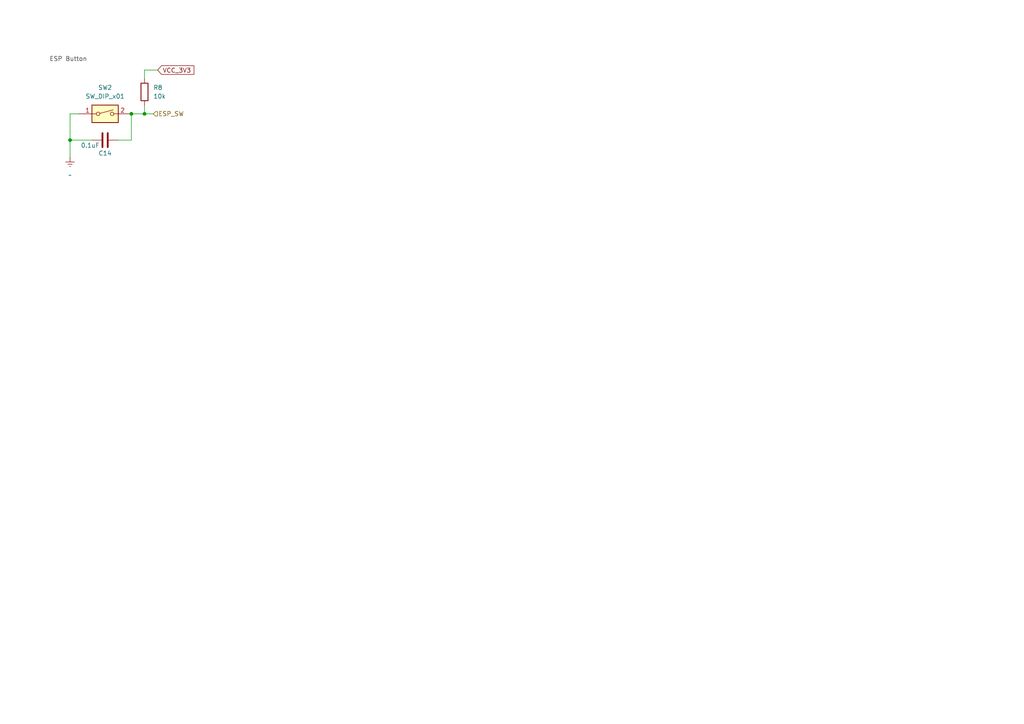
<source format=kicad_sch>
(kicad_sch (version 20231120) (generator "eeschema") (generator_version "8.0")
  (paper "A4")
  (lib_symbols
    (symbol "Device:C" (pin_numbers hide) (pin_names (offset 0.254))
      (property "Reference" "C" (at 0.635 2.54 0))
      (property "Value" "C" (at 0.635 -2.54 0))
      (symbol "C_0_1"
        (polyline (pts (xy -2.032 -0.762) (xy 2.032 -0.762)) (stroke (width 0.508)))
        (polyline (pts (xy -2.032 0.762) (xy 2.032 0.762)) (stroke (width 0.508)))
      )
      (symbol "C_1_1"
        (pin passive line (at 0 3.81 270) (length 2.794) (name "~") (number "1"))
        (pin passive line (at 0 -3.81 90) (length 2.794) (name "~") (number "2"))
      )
    )
    (symbol "Device:R" (pin_numbers hide) (pin_names (offset 0))
      (property "Reference" "R" (at 2.032 0 90))
      (property "Value" "R" (at 0 0 90))
      (symbol "R_0_1"
        (rectangle (start -1.016 -2.54) (end 1.016 2.54) (stroke (width 0.254)))
      )
      (symbol "R_1_1"
        (pin passive line (at 0 3.81 270) (length 1.27) (name "~") (number "1"))
        (pin passive line (at 0 -3.81 90) (length 1.27) (name "~") (number "2"))
      )
    )
    (symbol "Switch:SW_DIP_x01" (pin_names (offset 0) hide)
      (property "Reference" "SW" (at 0 3.81 0))
      (property "Value" "SW_DIP_x01" (at 0 -3.81 0))
      (symbol "SW_DIP_x01_0_0"
        (circle (center -2.032 0) (radius 0.508))
        (polyline (pts (xy -1.524 0.127) (xy 2.3622 1.1684)))
        (circle (center 2.032 0) (radius 0.508))
      )
      (symbol "SW_DIP_x01_0_1"
        (rectangle (start -3.81 2.54) (end 3.81 -2.54) (stroke (width 0.254)) (fill (type background)))
      )
      (symbol "SW_DIP_x01_1_1"
        (pin passive line (at -7.62 0 0) (length 5.08) (name "~") (number "1"))
        (pin passive line (at 7.62 0 180) (length 5.08) (name "~") (number "2"))
      )
    )
    (symbol "power:GNDREF" (power) (pin_numbers hide) (pin_names (offset 0) hide)
      (property "Value" "GNDREF" (at 0 -3.81 0))
      (symbol "GNDREF_0_1"
        (polyline (pts (xy -0.635 -1.905) (xy 0.635 -1.905)))
        (polyline (pts (xy -0.127 -2.54) (xy 0.127 -2.54)))
        (polyline (pts (xy 0 -1.27) (xy 0 0)))
        (polyline (pts (xy 1.27 -1.27) (xy -1.27 -1.27)))
      )
      (symbol "GNDREF_1_1"
        (pin power_in line (at 0 0 270) (length 0) (name "~") (number "1"))
      )
    )
  )
  (junction (at 38.1 33.02))
  (junction (at 41.91 33.02))
  (junction (at 20.32 40.64))
  (wire (pts (xy 34.29 40.64) (xy 38.1 40.64)))
  (wire (pts (xy 38.1 40.64) (xy 38.1 33.02)))
  (wire (pts (xy 20.32 40.64) (xy 26.67 40.64)))
  (wire (pts (xy 38.1 33.02) (xy 41.91 33.02)))
  (wire (pts (xy 20.32 40.64) (xy 20.32 33.02)))
  (wire (pts (xy 20.32 33.02) (xy 22.86 33.02)))
  (wire (pts (xy 41.91 20.32) (xy 41.91 22.86)))
  (wire (pts (xy 45.72 20.32) (xy 41.91 20.32)))
  (wire (pts (xy 20.32 40.64) (xy 20.32 45.72)))
  (wire (pts (xy 41.91 30.48) (xy 41.91 33.02)))
  (wire (pts (xy 41.91 33.02) (xy 44.45 33.02)))
  (text "ESP Button" (at 19.812 17.272 0) (effects (font (size 1.27 1.27))))
  (global_label "VCC_3V3" (shape input) (at 45.72 20.32 0) (property "Intersheetrefs" "${INTERSHEET_REFS}" (effects (hide yes))))
  (hierarchical_label "ESP_SW" (shape input) (at 44.45 33.02 0))
  (symbol (lib_id "Device:C") (at 30.48 40.64 270) (unit 1)
    (property "Reference" "C14" (at 30.48 44.45 90))
    (property "Value" "0.1uF" (at 26.162 42.164 90))
    (property "Footprint" "Capacitor_SMD:C_0603_1608Metric" (effects (hide yes)))
    (property "Description" "Unpolarized capacitor" (effects (hide yes)))
    (instances (project "LEDStrip" (path "" (reference "C14") (unit 1)) (path "" (reference "C13") (unit 1))))
  )
  (symbol (lib_id "Switch:SW_DIP_x01") (at 30.48 33.02 0) (unit 1)
    (property "Reference" "SW2" (at 30.48 25.4 0))
    (property "Value" "SW_DIP_x01" (at 30.48 27.94 0))
    (property "Footprint" "Button_Switch_SMD:SW_Push_1P1T_NO_CK_KMR2" (effects (hide yes)))
    (property "Description" "1x DIP Switch, Single Pole Single Throw (SPST) switch, small symbol" (effects (hide yes)))
    (instances (project "LEDStrip" (path "" (reference "SW2") (unit 1)) (path "" (reference "SW1") (unit 1))))
  )
  (symbol (lib_id "power:GNDREF") (at 20.32 45.72 0) (unit 1)
    (property "Reference" "#PWR01" (effects (hide yes)))
    (property "Value" "~" (at 20.32 50.8 0))
    (property "Description" "Power symbol creates a global label with name \"GNDREF\" , reference supply ground" (effects (hide yes)))
    (instances (project "LEDStrip" (path "" (reference "#PWR01") (unit 1)) (path "" (reference "#PWR018") (unit 1))))
  )
  (symbol (lib_id "Device:R") (at 41.91 26.67 180) (unit 1)
    (property "Reference" "R8" (at 44.45 25.3999 0) (effects (justify right)))
    (property "Value" "10k" (at 44.45 27.9399 0) (effects (justify right)))
    (property "Footprint" "Resistor_SMD:R_0603_1608Metric" (effects (hide yes)))
    (property "Description" "Resistor" (effects (hide yes)))
    (instances (project "LEDStrip" (path "" (reference "R8") (unit 1)) (path "" (reference "R7") (unit 1))))
  )
)
</source>
